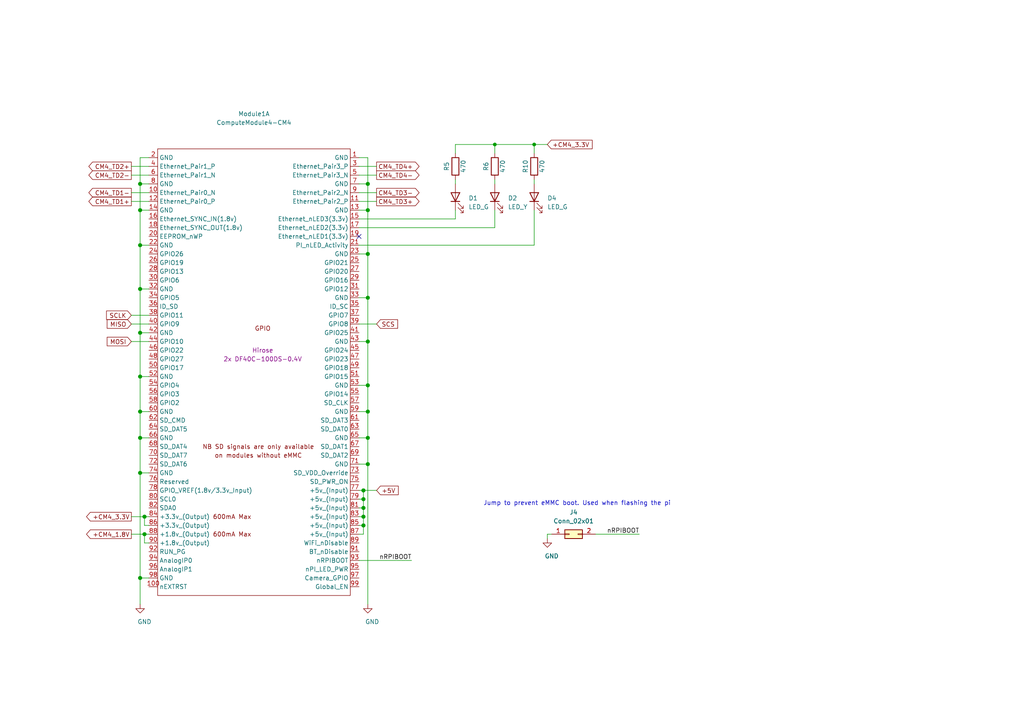
<source format=kicad_sch>
(kicad_sch (version 20231120) (generator "eeschema") (generator_version "8.0")
  (paper "A4")
  (title_block (title "Network Tap") (date "2020-10-31") (rev "v01") (comment 2 "creativecommons.org/licenses/by-sa/4.0") (comment 3 "License: CC BY 4.0") (comment 4 "Author: Shawn Hymel"))
  (lib_symbols
    (symbol "CM4IO:ComputeModule4-CM4"
      (property "Reference" "Module" (at 113.03 -68.58 0))
      (property "Value" "ComputeModule4-CM4" (at 140.97 2.54 0))
      (property "Manufacturer" "Hirose" (at 0 0 0))
      (property "MPN" "2x DF40C-100DS-0.4V" (at 0 -2.54 0))
      (property "MPN (Alt)" "2x DF40HC(3.0)-100DS-0.4V" (at 0 0 0))
      (symbol "ComputeModule4-CM4_1_0"
        (text "GPIO" (at 0 6.35 0) (effects (font (size 1.27 1.27))))
      )
      (symbol "ComputeModule4-CM4_1_1"
        (rectangle (start -30.48 -71.12) (end 25.4 58.42))
        (text "600mA Max" (at -8.89 -53.34 0) (effects (font (size 1.27 1.27))))
        (text "600mA Max" (at -8.89 -48.26 0) (effects (font (size 1.27 1.27))))
        (text "NB SD signals are only available" (at -1.27 -27.94 0) (effects (font (size 1.27 1.27))))
        (text "on modules without eMMC" (at -1.27 -30.48 0) (effects (font (size 1.27 1.27))))
        (pin power_in line (at 27.94 55.88 180) (length 2.54) (name "GND") (number "1"))
        (pin passive line (at -33.02 45.72 0) (length 2.54) (name "Ethernet_Pair0_N") (number "10"))
        (pin output line (at -33.02 -68.58 0) (length 2.54) (name "nEXTRST") (number "100"))
        (pin passive line (at 27.94 43.18 180) (length 2.54) (name "Ethernet_Pair2_P") (number "11"))
        (pin passive line (at -33.02 43.18 0) (length 2.54) (name "Ethernet_Pair0_P") (number "12"))
        (pin power_in line (at 27.94 40.64 180) (length 2.54) (name "GND") (number "13"))
        (pin power_in line (at -33.02 40.64 0) (length 2.54) (name "GND") (number "14"))
        (pin output line (at 27.94 38.1 180) (length 2.54) (name "Ethernet_nLED3(3.3v)") (number "15"))
        (pin input line (at -33.02 38.1 0) (length 2.54) (name "Ethernet_SYNC_IN(1.8v)") (number "16"))
        (pin output line (at 27.94 35.56 180) (length 2.54) (name "Ethernet_nLED2(3.3v)") (number "17"))
        (pin input line (at -33.02 35.56 0) (length 2.54) (name "Ethernet_SYNC_OUT(1.8v)") (number "18"))
        (pin output line (at 27.94 33.02 180) (length 2.54) (name "Ethernet_nLED1(3.3v)") (number "19"))
        (pin power_in line (at -33.02 55.88 0) (length 2.54) (name "GND") (number "2"))
        (pin passive line (at -33.02 33.02 0) (length 2.54) (name "EEPROM_nWP") (number "20"))
        (pin open_collector line (at 27.94 30.48 180) (length 2.54) (name "PI_nLED_Activity") (number "21"))
        (pin power_in line (at -33.02 30.48 0) (length 2.54) (name "GND") (number "22"))
        (pin power_in line (at 27.94 27.94 180) (length 2.54) (name "GND") (number "23"))
        (pin passive line (at -33.02 27.94 0) (length 2.54) (name "GPIO26") (number "24"))
        (pin passive line (at 27.94 25.4 180) (length 2.54) (name "GPIO21") (number "25"))
        (pin passive line (at -33.02 25.4 0) (length 2.54) (name "GPIO19") (number "26"))
        (pin passive line (at 27.94 22.86 180) (length 2.54) (name "GPIO20") (number "27"))
        (pin passive line (at -33.02 22.86 0) (length 2.54) (name "GPIO13") (number "28"))
        (pin passive line (at 27.94 20.32 180) (length 2.54) (name "GPIO16") (number "29"))
        (pin passive line (at 27.94 53.34 180) (length 2.54) (name "Ethernet_Pair3_P") (number "3"))
        (pin passive line (at -33.02 20.32 0) (length 2.54) (name "GPIO6") (number "30"))
        (pin passive line (at 27.94 17.78 180) (length 2.54) (name "GPIO12") (number "31"))
        (pin power_in line (at -33.02 17.78 0) (length 2.54) (name "GND") (number "32"))
        (pin power_in line (at 27.94 15.24 180) (length 2.54) (name "GND") (number "33"))
        (pin passive line (at -33.02 15.24 0) (length 2.54) (name "GPIO5") (number "34"))
        (pin passive line (at 27.94 12.7 180) (length 2.54) (name "ID_SC") (number "35"))
        (pin passive line (at -33.02 12.7 0) (length 2.54) (name "ID_SD") (number "36"))
        (pin passive line (at 27.94 10.16 180) (length 2.54) (name "GPIO7") (number "37"))
        (pin passive line (at -33.02 10.16 0) (length 2.54) (name "GPIO11") (number "38"))
        (pin passive line (at 27.94 7.62 180) (length 2.54) (name "GPIO8") (number "39"))
        (pin passive line (at -33.02 53.34 0) (length 2.54) (name "Ethernet_Pair1_P") (number "4"))
        (pin passive line (at -33.02 7.62 0) (length 2.54) (name "GPIO9") (number "40"))
        (pin passive line (at 27.94 5.08 180) (length 2.54) (name "GPIO25") (number "41"))
        (pin power_in line (at -33.02 5.08 0) (length 2.54) (name "GND") (number "42"))
        (pin power_in line (at 27.94 2.54 180) (length 2.54) (name "GND") (number "43"))
        (pin passive line (at -33.02 2.54 0) (length 2.54) (name "GPIO10") (number "44"))
        (pin passive line (at 27.94 0 180) (length 2.54) (name "GPIO24") (number "45"))
        (pin passive line (at -33.02 0 0) (length 2.54) (name "GPIO22") (number "46"))
        (pin passive line (at 27.94 -2.54 180) (length 2.54) (name "GPIO23") (number "47"))
        (pin passive line (at -33.02 -2.54 0) (length 2.54) (name "GPIO27") (number "48"))
        (pin passive line (at 27.94 -5.08 180) (length 2.54) (name "GPIO18") (number "49"))
        (pin passive line (at 27.94 50.8 180) (length 2.54) (name "Ethernet_Pair3_N") (number "5"))
        (pin passive line (at -33.02 -5.08 0) (length 2.54) (name "GPIO17") (number "50"))
        (pin passive line (at 27.94 -7.62 180) (length 2.54) (name "GPIO15") (number "51"))
        (pin power_in line (at -33.02 -7.62 0) (length 2.54) (name "GND") (number "52"))
        (pin power_in line (at 27.94 -10.16 180) (length 2.54) (name "GND") (number "53"))
        (pin passive line (at -33.02 -10.16 0) (length 2.54) (name "GPIO4") (number "54"))
        (pin passive line (at 27.94 -12.7 180) (length 2.54) (name "GPIO14") (number "55"))
        (pin passive line (at -33.02 -12.7 0) (length 2.54) (name "GPIO3") (number "56"))
        (pin passive line (at 27.94 -15.24 180) (length 2.54) (name "SD_CLK") (number "57"))
        (pin passive line (at -33.02 -15.24 0) (length 2.54) (name "GPIO2") (number "58"))
        (pin power_in line (at 27.94 -17.78 180) (length 2.54) (name "GND") (number "59"))
        (pin passive line (at -33.02 50.8 0) (length 2.54) (name "Ethernet_Pair1_N") (number "6"))
        (pin power_in line (at -33.02 -17.78 0) (length 2.54) (name "GND") (number "60"))
        (pin passive line (at 27.94 -20.32 180) (length 2.54) (name "SD_DAT3") (number "61"))
        (pin passive line (at -33.02 -20.32 0) (length 2.54) (name "SD_CMD") (number "62"))
        (pin passive line (at 27.94 -22.86 180) (length 2.54) (name "SD_DAT0") (number "63"))
        (pin passive line (at -33.02 -22.86 0) (length 2.54) (name "SD_DAT5") (number "64"))
        (pin power_in line (at 27.94 -25.4 180) (length 2.54) (name "GND") (number "65"))
        (pin power_in line (at -33.02 -25.4 0) (length 2.54) (name "GND") (number "66"))
        (pin passive line (at 27.94 -27.94 180) (length 2.54) (name "SD_DAT1") (number "67"))
        (pin passive line (at -33.02 -27.94 0) (length 2.54) (name "SD_DAT4") (number "68"))
        (pin passive line (at 27.94 -30.48 180) (length 2.54) (name "SD_DAT2") (number "69"))
        (pin power_in line (at 27.94 48.26 180) (length 2.54) (name "GND") (number "7"))
        (pin passive line (at -33.02 -30.48 0) (length 2.54) (name "SD_DAT7") (number "70"))
        (pin power_in line (at 27.94 -33.02 180) (length 2.54) (name "GND") (number "71"))
        (pin passive line (at -33.02 -33.02 0) (length 2.54) (name "SD_DAT6") (number "72"))
        (pin input line (at 27.94 -35.56 180) (length 2.54) (name "SD_VDD_Override") (number "73"))
        (pin power_in line (at -33.02 -35.56 0) (length 2.54) (name "GND") (number "74"))
        (pin output line (at 27.94 -38.1 180) (length 2.54) (name "SD_PWR_ON") (number "75"))
        (pin passive line (at -33.02 -38.1 0) (length 2.54) (name "Reserved") (number "76"))
        (pin power_in line (at 27.94 -40.64 180) (length 2.54) (name "+5v_(Input)") (number "77"))
        (pin power_in line (at -33.02 -40.64 0) (length 2.54) (name "GPIO_VREF(1.8v/3.3v_Input)") (number "78"))
        (pin power_in line (at 27.94 -43.18 180) (length 2.54) (name "+5v_(Input)") (number "79"))
        (pin power_in line (at -33.02 48.26 0) (length 2.54) (name "GND") (number "8"))
        (pin passive line (at -33.02 -43.18 0) (length 2.54) (name "SCL0") (number "80"))
        (pin power_in line (at 27.94 -45.72 180) (length 2.54) (name "+5v_(Input)") (number "81"))
        (pin passive line (at -33.02 -45.72 0) (length 2.54) (name "SDA0") (number "82"))
        (pin power_in line (at 27.94 -48.26 180) (length 2.54) (name "+5v_(Input)") (number "83"))
        (pin power_out line (at -33.02 -48.26 0) (length 2.54) (name "+3.3v_(Output)") (number "84"))
        (pin power_in line (at 27.94 -50.8 180) (length 2.54) (name "+5v_(Input)") (number "85"))
        (pin power_out line (at -33.02 -50.8 0) (length 2.54) (name "+3.3v_(Output)") (number "86"))
        (pin power_in line (at 27.94 -53.34 180) (length 2.54) (name "+5v_(Input)") (number "87"))
        (pin power_out line (at -33.02 -53.34 0) (length 2.54) (name "+1.8v_(Output)") (number "88"))
        (pin power_in line (at 27.94 -55.88 180) (length 2.54) (name "WiFi_nDisable") (number "89"))
        (pin passive line (at 27.94 45.72 180) (length 2.54) (name "Ethernet_Pair2_N") (number "9"))
        (pin power_out line (at -33.02 -55.88 0) (length 2.54) (name "+1.8v_(Output)") (number "90"))
        (pin power_in line (at 27.94 -58.42 180) (length 2.54) (name "BT_nDisable") (number "91"))
        (pin passive line (at -33.02 -58.42 0) (length 2.54) (name "RUN_PG") (number "92"))
        (pin input line (at 27.94 -60.96 180) (length 2.54) (name "nRPIBOOT") (number "93"))
        (pin passive line (at -33.02 -60.96 0) (length 2.54) (name "AnalogIP0") (number "94"))
        (pin output line (at 27.94 -63.5 180) (length 2.54) (name "nPI_LED_PWR") (number "95"))
        (pin passive line (at -33.02 -63.5 0) (length 2.54) (name "AnalogIP1") (number "96"))
        (pin passive line (at 27.94 -66.04 180) (length 2.54) (name "Camera_GPIO") (number "97"))
        (pin power_in line (at -33.02 -66.04 0) (length 2.54) (name "GND") (number "98"))
        (pin input line (at 27.94 -68.58 180) (length 2.54) (name "Global_EN") (number "99"))
      )
      (symbol "ComputeModule4-CM4_2_1"
        (rectangle (start 114.3 -66.04) (end 165.1 63.5))
        (text "High Speed Serial" (at 140.97 0 0) (effects (font (size 1.27 1.27))))
        (pin input line (at 170.18 60.96 180) (length 5.08) (name "USB_OTG_ID") (number "101"))
        (pin input line (at 109.22 60.96 0) (length 5.08) (name "PCIe_CLK_nREQ") (number "102"))
        (pin passive line (at 170.18 58.42 180) (length 5.08) (name "USB2_N") (number "103"))
        (pin passive line (at 109.22 58.42 0) (length 5.08) (name "Reserved") (number "104"))
        (pin passive line (at 170.18 55.88 180) (length 5.08) (name "USB2_P") (number "105"))
        (pin passive line (at 109.22 55.88 0) (length 5.08) (name "Reserved") (number "106"))
        (pin power_in line (at 170.18 53.34 180) (length 5.08) (name "GND") (number "107"))
        (pin power_in line (at 109.22 53.34 0) (length 5.08) (name "GND") (number "108"))
        (pin bidirectional line (at 170.18 50.8 180) (length 5.08) (name "PCIe_nRST") (number "109"))
        (pin output line (at 109.22 50.8 0) (length 5.08) (name "PCIe_CLK_P") (number "110"))
        (pin passive line (at 170.18 48.26 180) (length 5.08) (name "VDAC_COMP") (number "111"))
        (pin output line (at 109.22 48.26 0) (length 5.08) (name "PCIe_CLK_N") (number "112"))
        (pin power_in line (at 170.18 45.72 180) (length 5.08) (name "GND") (number "113"))
        (pin power_in line (at 109.22 45.72 0) (length 5.08) (name "GND") (number "114"))
        (pin input line (at 170.18 43.18 180) (length 5.08) (name "CAM1_D0_N") (number "115"))
        (pin input line (at 109.22 43.18 0) (length 5.08) (name "PCIe_RX_P") (number "116"))
        (pin input line (at 170.18 40.64 180) (length 5.08) (name "CAM1_D0_P") (number "117"))
        (pin input line (at 109.22 40.64 0) (length 5.08) (name "PCIe_RX_N") (number "118"))
        (pin power_in line (at 170.18 38.1 180) (length 5.08) (name "GND") (number "119"))
        (pin power_in line (at 109.22 38.1 0) (length 5.08) (name "GND") (number "120"))
        (pin input line (at 170.18 35.56 180) (length 5.08) (name "CAM1_D1_N") (number "121"))
        (pin output line (at 109.22 35.56 0) (length 5.08) (name "PCIe_TX_P") (number "122"))
        (pin input line (at 170.18 33.02 180) (length 5.08) (name "CAM1_D1_P") (number "123"))
        (pin output line (at 109.22 33.02 0) (length 5.08) (name "PCIe_TX_N") (number "124"))
        (pin power_in line (at 170.18 30.48 180) (length 5.08) (name "GND") (number "125"))
        (pin power_in line (at 109.22 30.48 0) (length 5.08) (name "GND") (number "126"))
        (pin input line (at 170.18 27.94 180) (length 5.08) (name "CAM1_C_N") (number "127"))
        (pin input line (at 109.22 27.94 0) (length 5.08) (name "CAM0_D0_N") (number "128"))
        (pin input line (at 170.18 25.4 180) (length 5.08) (name "CAM1_C_P") (number "129"))
        (pin input line (at 109.22 25.4 0) (length 5.08) (name "CAM0_D0_P") (number "130"))
        (pin power_in line (at 170.18 22.86 180) (length 5.08) (name "GND") (number "131"))
        (pin power_in line (at 109.22 22.86 0) (length 5.08) (name "GND") (number "132"))
        (pin input line (at 170.18 20.32 180) (length 5.08) (name "CAM1_D2_N") (number "133"))
        (pin input line (at 109.22 20.32 0) (length 5.08) (name "CAM0_D1_N") (number "134"))
        (pin input line (at 170.18 17.78 180) (length 5.08) (name "CAM1_D2_P") (number "135"))
        (pin input line (at 109.22 17.78 0) (length 5.08) (name "CAM0_D1_P") (number "136"))
        (pin power_in line (at 170.18 15.24 180) (length 5.08) (name "GND") (number "137"))
        (pin power_in line (at 109.22 15.24 0) (length 5.08) (name "GND") (number "138"))
        (pin input line (at 170.18 12.7 180) (length 5.08) (name "CAM1_D3_N") (number "139"))
        (pin input line (at 109.22 12.7 0) (length 5.08) (name "CAM0_C_N") (number "140"))
        (pin input line (at 170.18 10.16 180) (length 5.08) (name "CAM1_D3_P") (number "141"))
        (pin input line (at 109.22 10.16 0) (length 5.08) (name "CAM0_C_P") (number "142"))
        (pin input line (at 170.18 7.62 180) (length 5.08) (name "HDMI1_HOTPLUG") (number "143"))
        (pin power_in line (at 109.22 7.62 0) (length 5.08) (name "GND") (number "144"))
        (pin bidirectional line (at 170.18 5.08 180) (length 5.08) (name "HDMI1_SDA") (number "145"))
        (pin output line (at 109.22 5.08 0) (length 5.08) (name "HDMI1_TX2_P") (number "146"))
        (pin open_collector line (at 170.18 2.54 180) (length 5.08) (name "HDMI1_SCL") (number "147"))
        (pin output line (at 109.22 2.54 0) (length 5.08) (name "HDMI1_TX2_N") (number "148"))
        (pin open_collector line (at 170.18 0 180) (length 5.08) (name "HDMI1_CEC") (number "149"))
        (pin power_in line (at 109.22 0 0) (length 5.08) (name "GND") (number "150"))
        (pin open_collector line (at 170.18 -2.54 180) (length 5.08) (name "HDMI0_CEC") (number "151"))
        (pin output line (at 109.22 -2.54 0) (length 5.08) (name "HDMI1_TX1_P") (number "152"))
        (pin input line (at 170.18 -5.08 180) (length 5.08) (name "HDMI0_HOTPLUG") (number "153"))
        (pin output line (at 109.22 -5.08 0) (length 5.08) (name "HDMI1_TX1_N") (number "154"))
        (pin power_in line (at 170.18 -7.62 180) (length 5.08) (name "GND") (number "155"))
        (pin power_in line (at 109.22 -7.62 0) (length 5.08) (name "GND") (number "156"))
        (pin output line (at 170.18 -10.16 180) (length 5.08) (name "DSI0_D0_N") (number "157"))
        (pin output line (at 109.22 -10.16 0) (length 5.08) (name "HDMI1_TX0_P") (number "158"))
        (pin output line (at 170.18 -12.7 180) (length 5.08) (name "DSI0_D0_P") (number "159"))
        (pin output line (at 109.22 -12.7 0) (length 5.08) (name "HDMI1_TX0_N") (number "160"))
        (pin power_in line (at 170.18 -15.24 180) (length 5.08) (name "GND") (number "161"))
        (pin power_in line (at 109.22 -15.24 0) (length 5.08) (name "GND") (number "162"))
        (pin output line (at 170.18 -17.78 180) (length 5.08) (name "DSI0_D1_N") (number "163"))
        (pin output line (at 109.22 -17.78 0) (length 5.08) (name "HDMI1_CLK_P") (number "164"))
        (pin output line (at 170.18 -20.32 180) (length 5.08) (name "DSI0_D1_P") (number "165"))
        (pin output line (at 109.22 -20.32 0) (length 5.08) (name "HDMI1_CLK_N") (number "166"))
        (pin power_in line (at 170.18 -22.86 180) (length 5.08) (name "GND") (number "167"))
        (pin power_in line (at 109.22 -22.86 0) (length 5.08) (name "GND") (number "168"))
        (pin output line (at 170.18 -25.4 180) (length 5.08) (name "DSI0_C_N") (number "169"))
        (pin output line (at 109.22 -25.4 0) (length 5.08) (name "HDMI0_TX2_P") (number "170"))
        (pin output line (at 170.18 -27.94 180) (length 5.08) (name "DSI0_C_P") (number "171"))
        (pin output line (at 109.22 -27.94 0) (length 5.08) (name "HDMI0_TX2_N") (number "172"))
        (pin power_in line (at 170.18 -30.48 180) (length 5.08) (name "GND") (number "173"))
        (pin power_in line (at 109.22 -30.48 0) (length 5.08) (name "GND") (number "174"))
        (pin output line (at 170.18 -33.02 180) (length 5.08) (name "DSI1_D0_N") (number "175"))
        (pin output line (at 109.22 -33.02 0) (length 5.08) (name "HDMI0_TX1_P") (number "176"))
        (pin output line (at 170.18 -35.56 180) (length 5.08) (name "DSI1_D0_P") (number "177"))
        (pin output line (at 109.22 -35.56 0) (length 5.08) (name "HDMI0_TX1_N") (number "178"))
        (pin power_in line (at 170.18 -38.1 180) (length 5.08) (name "GND") (number "179"))
        (pin power_in line (at 109.22 -38.1 0) (length 5.08) (name "GND") (number "180"))
        (pin output line (at 170.18 -40.64 180) (length 5.08) (name "DSI1_D1_N") (number "181"))
        (pin output line (at 109.22 -40.64 0) (length 5.08) (name "HDMI0_TX0_P") (number "182"))
        (pin output line (at 170.18 -43.18 180) (length 5.08) (name "DSI1_D1_P") (number "183"))
        (pin output line (at 109.22 -43.18 0) (length 5.08) (name "HDMI0_TX0_N") (number "184"))
        (pin power_in line (at 170.18 -45.72 180) (length 5.08) (name "GND") (number "185"))
        (pin power_in line (at 109.22 -45.72 0) (length 5.08) (name "GND") (number "186"))
        (pin output line (at 170.18 -48.26 180) (length 5.08) (name "DSI1_C_N") (number "187"))
        (pin output line (at 109.22 -48.26 0) (length 5.08) (name "HDMI0_CLK_P") (number "188"))
        (pin output line (at 170.18 -50.8 180) (length 5.08) (name "DSI1_C_P") (number "189"))
        (pin output line (at 109.22 -50.8 0) (length 5.08) (name "HDMI0_CLK_N") (number "190"))
        (pin power_in line (at 170.18 -53.34 180) (length 5.08) (name "GND") (number "191"))
        (pin power_in line (at 109.22 -53.34 0) (length 5.08) (name "GND") (number "192"))
        (pin output line (at 170.18 -55.88 180) (length 5.08) (name "DSI1_D2_N") (number "193"))
        (pin output line (at 109.22 -55.88 0) (length 5.08) (name "DSI1_D3_N") (number "194"))
        (pin output line (at 170.18 -58.42 180) (length 5.08) (name "DSI1_D2_P") (number "195"))
        (pin output line (at 109.22 -58.42 0) (length 5.08) (name "DSI1_D3_P") (number "196"))
        (pin power_in line (at 170.18 -60.96 180) (length 5.08) (name "GND") (number "197"))
        (pin power_in line (at 109.22 -60.96 0) (length 5.08) (name "GND") (number "198"))
        (pin bidirectional line (at 170.18 -63.5 180) (length 5.08) (name "HDMI0_SDA") (number "199"))
        (pin open_collector line (at 109.22 -63.5 0) (length 5.08) (name "HDMI0_SCL") (number "200"))
      )
    )
    (symbol "Connector_Generic:Conn_02x01" (pin_names (offset 1.016) hide)
      (property "Reference" "J" (at 1.27 2.54 0))
      (property "Value" "Conn_02x01" (at 1.27 -2.54 0))
      (symbol "Conn_02x01_1_1"
        (rectangle (start -1.27 0.127) (end 0 -0.127) (stroke (width 0.1524)))
        (rectangle (start -1.27 1.27) (end 3.81 -1.27) (stroke (width 0.254)) (fill (type background)))
        (rectangle (start 3.81 0.127) (end 2.54 -0.127) (stroke (width 0.1524)))
        (pin passive line (at -5.08 0 0) (length 3.81) (name "Pin_1") (number "1"))
        (pin passive line (at 7.62 0 180) (length 3.81) (name "Pin_2") (number "2"))
      )
    )
    (symbol "Device:LED" (pin_numbers hide) (pin_names (offset 1.016) hide)
      (property "Reference" "D" (at 0 2.54 0))
      (property "Value" "LED" (at 0 -2.54 0))
      (symbol "LED_0_1"
        (polyline (pts (xy -1.27 -1.27) (xy -1.27 1.27)) (stroke (width 0.254)))
        (polyline (pts (xy -1.27 0) (xy 1.27 0)))
        (polyline (pts (xy 1.27 -1.27) (xy 1.27 1.27) (xy -1.27 0) (xy 1.27 -1.27)) (stroke (width 0.254)))
        (polyline (pts (xy -3.048 -0.762) (xy -4.572 -2.286) (xy -3.81 -2.286) (xy -4.572 -2.286) (xy -4.572 -1.524)))
        (polyline (pts (xy -1.778 -0.762) (xy -3.302 -2.286) (xy -2.54 -2.286) (xy -3.302 -2.286) (xy -3.302 -1.524)))
      )
      (symbol "LED_1_1"
        (pin passive line (at -3.81 0 0) (length 2.54) (name "K") (number "1"))
        (pin passive line (at 3.81 0 180) (length 2.54) (name "A") (number "2"))
      )
    )
    (symbol "Device:R" (pin_numbers hide) (pin_names (offset 0))
      (property "Reference" "R" (at 2.032 0 90))
      (property "Value" "R" (at 0 0 90))
      (symbol "R_0_1"
        (rectangle (start -1.016 -2.54) (end 1.016 2.54) (stroke (width 0.254)))
      )
      (symbol "R_1_1"
        (pin passive line (at 0 3.81 270) (length 1.27) (name "~") (number "1"))
        (pin passive line (at 0 -3.81 90) (length 1.27) (name "~") (number "2"))
      )
    )
    (symbol "power:GND" (power) (pin_names (offset 0))
      (property "Value" "GND" (at 0 -3.81 0))
      (symbol "GND_0_1"
        (polyline (pts (xy 0 0) (xy 0 -1.27) (xy 1.27 -1.27) (xy 0 -2.54) (xy -1.27 -1.27) (xy 0 -1.27)))
      )
      (symbol "GND_1_1"
        (pin power_in line (at 0 0 270) (length 0) hide (name "GND") (number "1"))
      )
    )
  )
  (junction (at 106.68 127) (diameter 1.016))
  (junction (at 106.68 53.34) (diameter 1.016))
  (junction (at 105.41 144.78) (diameter 1.016))
  (junction (at 106.68 73.66) (diameter 1.016))
  (junction (at 40.64 83.82) (diameter 1.016))
  (junction (at 105.41 149.86) (diameter 1.016))
  (junction (at 40.64 71.12) (diameter 1.016))
  (junction (at 41.91 149.86) (diameter 1.016))
  (junction (at 106.68 86.36) (diameter 1.016))
  (junction (at 40.64 53.34) (diameter 1.016))
  (junction (at 105.41 147.32) (diameter 1.016))
  (junction (at 143.51 41.91))
  (junction (at 41.91 154.94) (diameter 1.016))
  (junction (at 106.68 99.06) (diameter 1.016))
  (junction (at 40.64 167.64) (diameter 1.016))
  (junction (at 40.64 119.38) (diameter 1.016))
  (junction (at 105.41 152.4) (diameter 1.016))
  (junction (at 40.64 60.96) (diameter 1.016))
  (junction (at 106.68 134.62) (diameter 1.016))
  (junction (at 40.64 127) (diameter 1.016))
  (junction (at 106.68 111.76) (diameter 1.016))
  (junction (at 106.68 119.38) (diameter 1.016))
  (junction (at 105.41 142.24) (diameter 1.016))
  (junction (at 154.94 41.91))
  (junction (at 40.64 109.22) (diameter 1.016))
  (junction (at 40.64 96.52) (diameter 1.016))
  (junction (at 106.68 60.96) (diameter 1.016))
  (junction (at 40.64 137.16) (diameter 1.016))
  (no_connect (at 104.14 68.58))
  (wire (pts (xy 106.68 99.06) (xy 106.68 111.76)))
  (wire (pts (xy 104.14 99.06) (xy 106.68 99.06)))
  (wire (pts (xy 41.91 152.4) (xy 41.91 149.86)))
  (wire (pts (xy 143.51 52.07) (xy 143.51 53.34)))
  (wire (pts (xy 40.64 127) (xy 43.18 127)))
  (wire (pts (xy 40.64 60.96) (xy 40.64 71.12)))
  (wire (pts (xy 154.94 60.96) (xy 154.94 71.12)))
  (wire (pts (xy 38.1 99.06) (xy 43.18 99.06)))
  (wire (pts (xy 105.41 154.94) (xy 105.41 152.4)))
  (wire (pts (xy 104.14 162.56) (xy 119.38 162.56)))
  (wire (pts (xy 104.14 119.38) (xy 106.68 119.38)))
  (wire (pts (xy 106.68 53.34) (xy 106.68 60.96)))
  (wire (pts (xy 40.64 167.64) (xy 40.64 175.26)))
  (wire (pts (xy 41.91 149.86) (xy 43.18 149.86)))
  (wire (pts (xy 106.68 73.66) (xy 106.68 86.36)))
  (wire (pts (xy 40.64 83.82) (xy 43.18 83.82)))
  (wire (pts (xy 40.64 71.12) (xy 40.64 83.82)))
  (wire (pts (xy 132.08 63.5) (xy 104.14 63.5)))
  (wire (pts (xy 41.91 157.48) (xy 41.91 154.94)))
  (wire (pts (xy 38.1 50.8) (xy 43.18 50.8)))
  (wire (pts (xy 105.41 147.32) (xy 105.41 144.78)))
  (wire (pts (xy 132.08 52.07) (xy 132.08 53.34)))
  (wire (pts (xy 43.18 157.48) (xy 41.91 157.48)))
  (wire (pts (xy 104.14 86.36) (xy 106.68 86.36)))
  (wire (pts (xy 109.22 55.88) (xy 104.14 55.88)))
  (wire (pts (xy 105.41 142.24) (xy 109.22 142.24)))
  (wire (pts (xy 38.1 48.26) (xy 43.18 48.26)))
  (wire (pts (xy 40.64 53.34) (xy 40.64 60.96)))
  (wire (pts (xy 105.41 149.86) (xy 105.41 147.32)))
  (wire (pts (xy 40.64 137.16) (xy 43.18 137.16)))
  (wire (pts (xy 38.1 58.42) (xy 43.18 58.42)))
  (wire (pts (xy 105.41 144.78) (xy 105.41 142.24)))
  (wire (pts (xy 40.64 167.64) (xy 43.18 167.64)))
  (wire (pts (xy 158.75 154.94) (xy 160.02 154.94)))
  (wire (pts (xy 104.14 147.32) (xy 105.41 147.32)))
  (wire (pts (xy 40.64 119.38) (xy 43.18 119.38)))
  (wire (pts (xy 104.14 152.4) (xy 105.41 152.4)))
  (wire (pts (xy 104.14 73.66) (xy 106.68 73.66)))
  (wire (pts (xy 38.1 55.88) (xy 43.18 55.88)))
  (wire (pts (xy 40.64 53.34) (xy 43.18 53.34)))
  (wire (pts (xy 40.64 60.96) (xy 43.18 60.96)))
  (wire (pts (xy 40.64 127) (xy 40.64 137.16)))
  (wire (pts (xy 109.22 50.8) (xy 104.14 50.8)))
  (wire (pts (xy 106.68 60.96) (xy 106.68 73.66)))
  (wire (pts (xy 158.75 41.91) (xy 154.94 41.91)))
  (wire (pts (xy 104.14 93.98) (xy 109.22 93.98)))
  (wire (pts (xy 104.14 60.96) (xy 106.68 60.96)))
  (wire (pts (xy 104.14 142.24) (xy 105.41 142.24)))
  (wire (pts (xy 104.14 149.86) (xy 105.41 149.86)))
  (wire (pts (xy 38.1 154.94) (xy 41.91 154.94)))
  (wire (pts (xy 40.64 96.52) (xy 40.64 109.22)))
  (wire (pts (xy 143.51 60.96) (xy 143.51 66.04)))
  (wire (pts (xy 106.68 45.72) (xy 106.68 53.34)))
  (wire (pts (xy 104.14 111.76) (xy 106.68 111.76)))
  (wire (pts (xy 158.75 156.21) (xy 158.75 154.94)))
  (wire (pts (xy 38.1 91.44) (xy 43.18 91.44)))
  (wire (pts (xy 104.14 45.72) (xy 106.68 45.72)))
  (wire (pts (xy 104.14 53.34) (xy 106.68 53.34)))
  (wire (pts (xy 154.94 52.07) (xy 154.94 53.34)))
  (wire (pts (xy 40.64 96.52) (xy 43.18 96.52)))
  (wire (pts (xy 143.51 41.91) (xy 154.94 41.91)))
  (wire (pts (xy 106.68 86.36) (xy 106.68 99.06)))
  (wire (pts (xy 172.72 154.94) (xy 185.42 154.94)))
  (wire (pts (xy 143.51 41.91) (xy 143.51 44.45)))
  (wire (pts (xy 104.14 127) (xy 106.68 127)))
  (wire (pts (xy 40.64 83.82) (xy 40.64 96.52)))
  (wire (pts (xy 132.08 60.96) (xy 132.08 63.5)))
  (wire (pts (xy 143.51 66.04) (xy 104.14 66.04)))
  (wire (pts (xy 154.94 41.91) (xy 154.94 44.45)))
  (wire (pts (xy 105.41 152.4) (xy 105.41 149.86)))
  (wire (pts (xy 104.14 144.78) (xy 105.41 144.78)))
  (wire (pts (xy 40.64 45.72) (xy 40.64 53.34)))
  (wire (pts (xy 104.14 134.62) (xy 106.68 134.62)))
  (wire (pts (xy 40.64 137.16) (xy 40.64 167.64)))
  (wire (pts (xy 43.18 45.72) (xy 40.64 45.72)))
  (wire (pts (xy 38.1 149.86) (xy 41.91 149.86)))
  (wire (pts (xy 41.91 154.94) (xy 43.18 154.94)))
  (wire (pts (xy 38.1 93.98) (xy 43.18 93.98)))
  (wire (pts (xy 104.14 154.94) (xy 105.41 154.94)))
  (wire (pts (xy 40.64 119.38) (xy 40.64 127)))
  (wire (pts (xy 40.64 109.22) (xy 40.64 119.38)))
  (wire (pts (xy 106.68 111.76) (xy 106.68 119.38)))
  (wire (pts (xy 106.68 119.38) (xy 106.68 127)))
  (wire (pts (xy 106.68 134.62) (xy 106.68 175.26)))
  (wire (pts (xy 106.68 127) (xy 106.68 134.62)))
  (wire (pts (xy 132.08 41.91) (xy 132.08 44.45)))
  (wire (pts (xy 154.94 71.12) (xy 104.14 71.12)))
  (wire (pts (xy 43.18 152.4) (xy 41.91 152.4)))
  (wire (pts (xy 40.64 71.12) (xy 43.18 71.12)))
  (wire (pts (xy 109.22 48.26) (xy 104.14 48.26)))
  (wire (pts (xy 109.22 58.42) (xy 104.14 58.42)))
  (wire (pts (xy 132.08 41.91) (xy 143.51 41.91)))
  (wire (pts (xy 40.64 109.22) (xy 43.18 109.22)))
  (text "Jump to prevent eMMC boot. Used when flashing the pi" (at 167.386 146.05 0) (effects (font (size 1.27 1.27))))
  (label "nRPIBOOT" (at 185.42 154.94 180))
  (label "nRPIBOOT" (at 119.38 162.56 180))
  (global_label "CM4_TD2-" (shape output) (at 38.1 50.8 180) (property "Intersheetrefs" "${INTERSHEET_REFS}" (effects (hide yes))))
  (global_label "MISO" (shape input) (at 38.1 93.98 180) (property "Intersheetrefs" "${INTERSHEET_REFS}" (effects (hide yes))))
  (global_label "CM4_TD2+" (shape output) (at 38.1 48.26 180) (property "Intersheetrefs" "${INTERSHEET_REFS}" (effects (hide yes))))
  (global_label "CM4_TD3+" (shape output) (at 109.22 58.42 0) (property "Intersheetrefs" "${INTERSHEET_REFS}" (effects (hide yes))))
  (global_label "SCLK" (shape input) (at 38.1 91.44 180) (property "Intersheetrefs" "${INTERSHEET_REFS}" (effects (hide yes))))
  (global_label "CM4_TD1+" (shape output) (at 38.1 58.42 180) (property "Intersheetrefs" "${INTERSHEET_REFS}" (effects (hide yes))))
  (global_label "+CM4_1.8V" (shape output) (at 38.1 154.94 180) (property "Intersheetrefs" "${INTERSHEET_REFS}" (effects (hide yes))))
  (global_label "SCS" (shape input) (at 109.22 93.98 0) (property "Intersheetrefs" "${INTERSHEET_REFS}" (effects (hide yes))))
  (global_label "CM4_TD4-" (shape output) (at 109.22 50.8 0) (property "Intersheetrefs" "${INTERSHEET_REFS}" (effects (hide yes))))
  (global_label "+5V" (shape input) (at 109.22 142.24 0) (property "Intersheetrefs" "${INTERSHEET_REFS}" (effects (hide yes))))
  (global_label "CM4_TD3-" (shape output) (at 109.22 55.88 0) (property "Intersheetrefs" "${INTERSHEET_REFS}" (effects (hide yes))))
  (global_label "+CM4_3.3V" (shape input) (at 158.75 41.91 0) (property "Intersheetrefs" "${INTERSHEET_REFS}" (effects (hide yes))))
  (global_label "+CM4_3.3V" (shape output) (at 38.1 149.86 180) (property "Intersheetrefs" "${INTERSHEET_REFS}" (effects (hide yes))))
  (global_label "CM4_TD1-" (shape output) (at 38.1 55.88 180) (property "Intersheetrefs" "${INTERSHEET_REFS}" (effects (hide yes))))
  (global_label "CM4_TD4+" (shape output) (at 109.22 48.26 0) (property "Intersheetrefs" "${INTERSHEET_REFS}" (effects (hide yes))))
  (global_label "MOSI" (shape input) (at 38.1 99.06 180) (property "Intersheetrefs" "${INTERSHEET_REFS}" (effects (hide yes))))
  (symbol (lib_id "power:GND") (at 40.64 175.26 0) (unit 1)
    (property "Reference" "#PWR?" (effects (hide yes)))
    (property "Value" "GND" (at 41.91 180.34 0))
  )
  (symbol (lib_id "power:GND") (at 106.68 175.26 0) (unit 1)
    (property "Reference" "#PWR?" (effects (hide yes)))
    (property "Value" "GND" (at 107.95 180.34 0))
  )
  (symbol (lib_id "Connector_Generic:Conn_02x01") (at 165.1 154.94 0) (unit 1)
    (property "Reference" "J4" (at 166.37 148.59 0))
    (property "Value" "Conn_02x01" (at 166.37 151.13 0))
    (property "Description" "Generic connector, double row, 02x01, this symbol is compatible with counter-clockwise, top-bottom and odd-even numbering schemes., script generated (kicad-library-utils/schlib/autogen/connector/)" (effects (hide yes)))
  )
  (symbol (lib_id "CM4IO:ComputeModule4-CM4") (at 76.2 101.6 0) (unit 1)
    (property "Reference" "Module1" (at 73.66 33.02 0))
    (property "Value" "ComputeModule4-CM4" (at 73.66 35.56 0))
    (property "Footprint" "CM4IO:Raspberry-Pi-4-Compute-Module" (effects (hide yes)))
    (property "Manufacturer" "Hirose" (at 76.2 101.6 0))
    (property "MPN" "2x DF40C-100DS-0.4V" (at 76.2 104.14 0))
    (property "Digi-Key_PN" "2x H11615CT-ND" (effects (hide yes)))
    (property "Digi-Key_PN (Alt)" "2x H124602CT-ND" (effects (hide yes)))
  )
  (symbol (lib_id "Device:R") (at 154.94 48.26 0) (unit 1)
    (property "Reference" "R10" (at 152.4 48.26 90))
    (property "Value" "470" (at 157.226 48.26 90))
    (property "Description" "Resistor" (effects (hide yes)))
  )
  (symbol (lib_id "Device:R") (at 132.08 48.26 0) (unit 1)
    (property "Reference" "R5" (at 129.54 48.26 90))
    (property "Value" "470" (at 134.366 48.26 90))
    (property "Description" "Resistor" (effects (hide yes)))
  )
  (symbol (lib_id "Device:LED") (at 143.51 57.15 90) (unit 1)
    (property "Reference" "D2" (at 147.32 57.4674 90) (effects (justify right)))
    (property "Value" "LED_Y" (at 147.32 60.0074 90) (effects (justify right)))
    (property "Description" "Light emitting diode" (effects (hide yes)))
  )
  (symbol (lib_id "Device:LED") (at 154.94 57.15 90) (unit 1)
    (property "Reference" "D4" (at 158.75 57.4674 90) (effects (justify right)))
    (property "Value" "LED_G" (at 158.75 60.0074 90) (effects (justify right)))
    (property "Description" "Light emitting diode" (effects (hide yes)))
  )
  (symbol (lib_id "Device:LED") (at 132.08 57.15 90) (unit 1)
    (property "Reference" "D1" (at 135.89 57.4674 90) (effects (justify right)))
    (property "Value" "LED_G" (at 135.89 60.0074 90) (effects (justify right)))
    (property "Description" "Light emitting diode" (effects (hide yes)))
  )
  (symbol (lib_id "Device:R") (at 143.51 48.26 0) (unit 1)
    (property "Reference" "R6" (at 140.97 48.26 90))
    (property "Value" "470" (at 145.796 48.26 90))
    (property "Description" "Resistor" (effects (hide yes)))
  )
  (symbol (lib_id "power:GND") (at 158.75 156.21 0) (unit 1)
    (property "Reference" "#PWR014" (effects (hide yes)))
    (property "Value" "GND" (at 160.02 161.29 0))
  )
)
</source>
